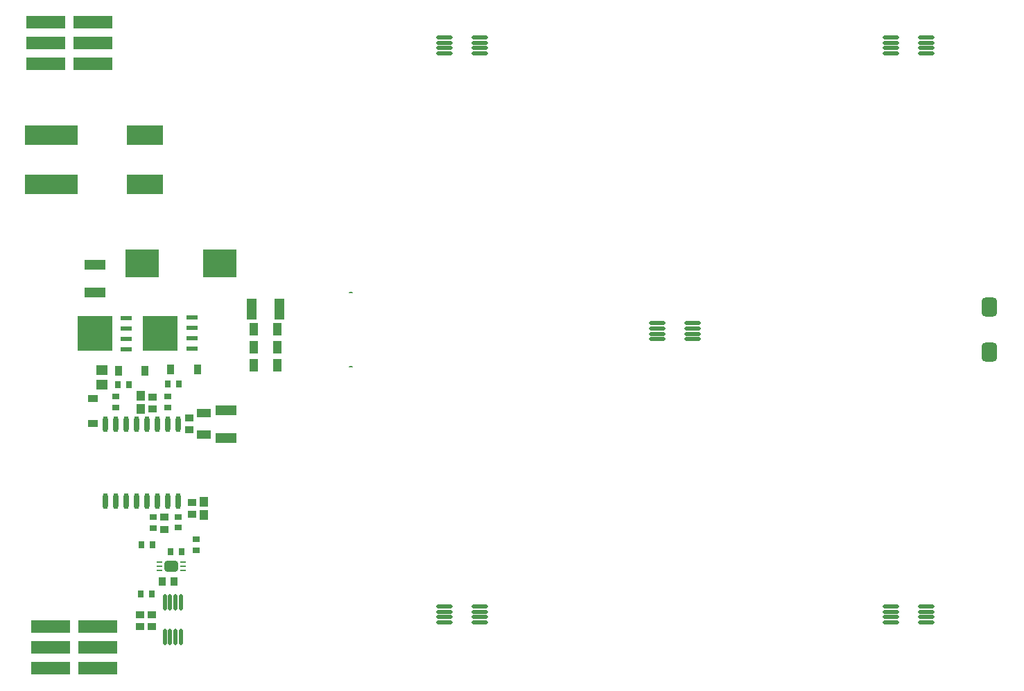
<source format=gtp>
G04*
G04 #@! TF.GenerationSoftware,Altium Limited,Altium Designer,23.9.2 (47)*
G04*
G04 Layer_Color=8421504*
%FSLAX25Y25*%
%MOIN*%
G70*
G04*
G04 #@! TF.SameCoordinates,C371DFDB-9961-426A-A2C8-C1DE3340BBDC*
G04*
G04*
G04 #@! TF.FilePolarity,Positive*
G04*
G01*
G75*
%ADD17R,0.16535X0.16732*%
%ADD18R,0.05709X0.02165*%
%ADD19R,0.03740X0.03150*%
%ADD20O,0.07874X0.01772*%
G04:AMPARAMS|DCode=21|XSize=19.68mil|YSize=7.87mil|CornerRadius=1.97mil|HoleSize=0mil|Usage=FLASHONLY|Rotation=0.000|XOffset=0mil|YOffset=0mil|HoleType=Round|Shape=RoundedRectangle|*
%AMROUNDEDRECTD21*
21,1,0.01968,0.00394,0,0,0.0*
21,1,0.01575,0.00787,0,0,0.0*
1,1,0.00394,0.00787,-0.00197*
1,1,0.00394,-0.00787,-0.00197*
1,1,0.00394,-0.00787,0.00197*
1,1,0.00394,0.00787,0.00197*
%
%ADD21ROUNDEDRECTD21*%
G04:AMPARAMS|DCode=22|XSize=75.2mil|YSize=90.55mil|CornerRadius=18.8mil|HoleSize=0mil|Usage=FLASHONLY|Rotation=0.000|XOffset=0mil|YOffset=0mil|HoleType=Round|Shape=RoundedRectangle|*
%AMROUNDEDRECTD22*
21,1,0.07520,0.05295,0,0,0.0*
21,1,0.03760,0.09055,0,0,0.0*
1,1,0.03760,0.01880,-0.02648*
1,1,0.03760,-0.01880,-0.02648*
1,1,0.03760,-0.01880,0.02648*
1,1,0.03760,0.01880,0.02648*
%
%ADD22ROUNDEDRECTD22*%
G04:AMPARAMS|DCode=23|XSize=74.8mil|YSize=23.62mil|CornerRadius=9.45mil|HoleSize=0mil|Usage=FLASHONLY|Rotation=90.000|XOffset=0mil|YOffset=0mil|HoleType=Round|Shape=RoundedRectangle|*
%AMROUNDEDRECTD23*
21,1,0.07480,0.00472,0,0,90.0*
21,1,0.05591,0.02362,0,0,90.0*
1,1,0.01890,0.00236,0.02795*
1,1,0.01890,0.00236,-0.02795*
1,1,0.01890,-0.00236,-0.02795*
1,1,0.01890,-0.00236,0.02795*
%
%ADD23ROUNDEDRECTD23*%
%ADD24R,0.05709X0.04528*%
%ADD25R,0.03150X0.03740*%
%ADD26R,0.16142X0.13780*%
%ADD27R,0.03583X0.04803*%
%ADD28O,0.01772X0.07874*%
%ADD29R,0.18701X0.06000*%
%ADD30R,0.09843X0.04921*%
%ADD31R,0.04921X0.09843*%
%ADD32R,0.04724X0.03347*%
%ADD33R,0.04134X0.06299*%
%ADD34R,0.06717X0.04349*%
G04:AMPARAMS|DCode=35|XSize=53.15mil|YSize=64.96mil|CornerRadius=13.29mil|HoleSize=0mil|Usage=FLASHONLY|Rotation=90.000|XOffset=0mil|YOffset=0mil|HoleType=Round|Shape=RoundedRectangle|*
%AMROUNDEDRECTD35*
21,1,0.05315,0.03839,0,0,90.0*
21,1,0.02657,0.06496,0,0,90.0*
1,1,0.02657,0.01919,0.01329*
1,1,0.02657,0.01919,-0.01329*
1,1,0.02657,-0.01919,-0.01329*
1,1,0.02657,-0.01919,0.01329*
%
%ADD35ROUNDEDRECTD35*%
%ADD36R,0.02756X0.00984*%
%ADD37R,0.04134X0.03740*%
%ADD38R,0.03740X0.04134*%
%ADD39R,0.25591X0.09449*%
%ADD40R,0.17717X0.09449*%
%ADD41R,0.04182X0.04952*%
D17*
X67520Y196201D02*
D03*
X36024Y196043D02*
D03*
D18*
X82677Y203701D02*
D03*
Y198701D02*
D03*
Y193701D02*
D03*
Y188701D02*
D03*
X51181Y203543D02*
D03*
Y198543D02*
D03*
Y193543D02*
D03*
Y188543D02*
D03*
D19*
X84646Y97146D02*
D03*
Y91831D02*
D03*
X46161Y160531D02*
D03*
Y165847D02*
D03*
X71063Y160531D02*
D03*
Y165847D02*
D03*
X64075Y102362D02*
D03*
Y107677D02*
D03*
X76083Y102657D02*
D03*
Y107972D02*
D03*
D20*
X435630Y57185D02*
D03*
Y59744D02*
D03*
Y62303D02*
D03*
Y64862D02*
D03*
X418701Y57185D02*
D03*
Y59744D02*
D03*
Y62303D02*
D03*
Y64862D02*
D03*
X221063Y57185D02*
D03*
Y59744D02*
D03*
Y62303D02*
D03*
Y64862D02*
D03*
X204134Y57185D02*
D03*
Y59744D02*
D03*
Y62303D02*
D03*
Y64862D02*
D03*
X435630Y330807D02*
D03*
Y333366D02*
D03*
Y335925D02*
D03*
Y338484D02*
D03*
X418701Y330807D02*
D03*
Y333366D02*
D03*
Y335925D02*
D03*
Y338484D02*
D03*
X221063Y330807D02*
D03*
Y333366D02*
D03*
Y335925D02*
D03*
Y338484D02*
D03*
X204134Y330807D02*
D03*
Y333366D02*
D03*
Y335925D02*
D03*
Y338484D02*
D03*
X323425Y193405D02*
D03*
Y195965D02*
D03*
Y198524D02*
D03*
Y201083D02*
D03*
X306496Y193405D02*
D03*
Y195965D02*
D03*
Y198524D02*
D03*
Y201083D02*
D03*
D21*
X159055Y180217D02*
D03*
Y215650D02*
D03*
D22*
X466142Y187008D02*
D03*
Y208661D02*
D03*
D23*
X76043Y152559D02*
D03*
X71043D02*
D03*
X66043D02*
D03*
X61043D02*
D03*
X56043D02*
D03*
X51043D02*
D03*
X46043D02*
D03*
X41122D02*
D03*
X76122Y115551D02*
D03*
X71122D02*
D03*
X66122D02*
D03*
X61122D02*
D03*
X56122D02*
D03*
X51122D02*
D03*
X46122D02*
D03*
X41122D02*
D03*
D24*
X39370Y178347D02*
D03*
Y171457D02*
D03*
D25*
X72539Y91142D02*
D03*
X77854D02*
D03*
X76575Y171653D02*
D03*
X71260D02*
D03*
X52559Y171457D02*
D03*
X47244D02*
D03*
X58563Y94627D02*
D03*
X63878D02*
D03*
X63386Y70956D02*
D03*
X58071D02*
D03*
D26*
X96063Y229921D02*
D03*
X58661D02*
D03*
D27*
X85472Y178740D02*
D03*
X72598D02*
D03*
X60216Y178150D02*
D03*
X47343D02*
D03*
D28*
X77362Y66921D02*
D03*
X74803D02*
D03*
X72244D02*
D03*
X69685D02*
D03*
X77362Y49991D02*
D03*
X74803D02*
D03*
X72244D02*
D03*
X69685D02*
D03*
D29*
X37598Y55070D02*
D03*
Y45070D02*
D03*
Y35070D02*
D03*
X14764Y55070D02*
D03*
Y45070D02*
D03*
Y35070D02*
D03*
X35236Y345787D02*
D03*
Y335787D02*
D03*
Y325787D02*
D03*
X12402Y345787D02*
D03*
Y335787D02*
D03*
Y325787D02*
D03*
D30*
X36220Y229134D02*
D03*
Y215748D02*
D03*
X99213Y159055D02*
D03*
Y145669D02*
D03*
D31*
X111417Y207874D02*
D03*
X124803D02*
D03*
D32*
X35236Y164715D02*
D03*
Y152707D02*
D03*
D33*
X112303Y180709D02*
D03*
X123917D02*
D03*
X112303Y189370D02*
D03*
X123917D02*
D03*
X112303Y198031D02*
D03*
X123917D02*
D03*
D34*
X88583Y157877D02*
D03*
Y147635D02*
D03*
D35*
X72736Y84047D02*
D03*
D36*
X67126Y86015D02*
D03*
Y84047D02*
D03*
Y82078D02*
D03*
X78347Y84047D02*
D03*
Y86015D02*
D03*
Y82078D02*
D03*
D37*
X57677Y55208D02*
D03*
Y60917D02*
D03*
X82776Y114961D02*
D03*
Y109252D02*
D03*
X63779Y159744D02*
D03*
Y165453D02*
D03*
X63386Y60917D02*
D03*
Y55208D02*
D03*
X69587Y101969D02*
D03*
Y107677D02*
D03*
X81496Y155610D02*
D03*
Y149902D02*
D03*
D38*
X74213Y76870D02*
D03*
X68504D02*
D03*
D39*
X14959Y291339D02*
D03*
Y267717D02*
D03*
D40*
X60234Y291339D02*
D03*
Y267717D02*
D03*
D41*
X88287Y115264D02*
D03*
Y108948D02*
D03*
X58071Y159843D02*
D03*
Y166159D02*
D03*
M02*

</source>
